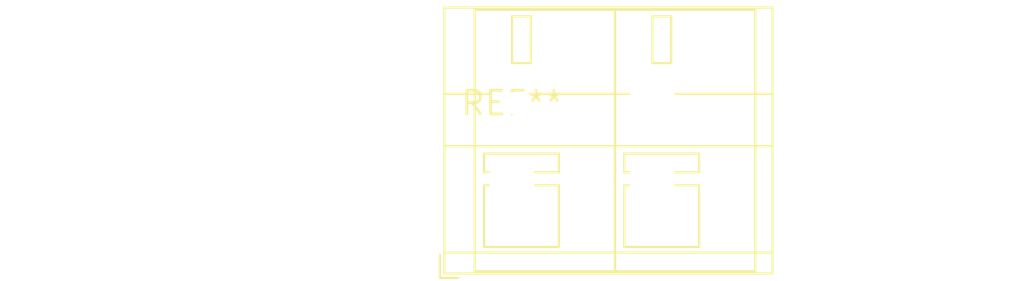
<source format=kicad_pcb>
(kicad_pcb (version 20240108) (generator pcbnew)
  (layers (0 "F.Cu" signal) (31 "B.Cu" signal) (34 "B.Paste" user) (35 "F.Paste" user) (36 "B.SilkS" user "B.Silkscreen") (37 "F.SilkS" user "F.Silkscreen") (38 "B.Mask" user) (39 "F.Mask" user) (44 "Edge.Cuts" user))
  (net 0 "")
  (footprint "TerminalBlock_WAGO_236-502_1x02_P7.50mm_45Degree" (layer "F.Cu") (at 0 0)
    (property "Reference" "REF**")
    (property "Value" "TerminalBlock_WAGO_236-502_1x02_P7.50mm_45Degree")
    (fp_line (start -3.86 8.12) (end -3.86 9.36) (layer "F.SilkS") (stroke (width 0.12)))
    (fp_line (start -3.86 9.36) (end -2.86 9.36) (layer "F.SilkS") (stroke (width 0.12)))
    (fp_line (start -3.62 -5.12) (end -3.62 9.12) (layer "F.SilkS") (stroke (width 0.12)))
    (fp_line (start -3.62 -5.12) (end 13.92 -5.12) (layer "F.SilkS") (stroke (width 0.12)))
    (fp_line (start -3.62 -0.5) (end -1.23 -0.5) (layer "F.SilkS") (stroke (width 0.12)))
    (fp_line (start -3.62 2.3) (end 13.92 2.3) (layer "F.SilkS") (stroke (width 0.12)))
    (fp_line (start -3.62 8) (end 13.92 8) (layer "F.SilkS") (stroke (width 0.12)))
    (fp_line (start -3.62 9.12) (end 13.92 9.12) (layer "F.SilkS") (stroke (width 0.12)))
    (fp_line (start -2 -5) (end -2 9) (layer "F.SilkS") (stroke (width 0.12)))
    (fp_line (start -2 -5) (end 5.5 -5) (layer "F.SilkS") (stroke (width 0.12)))
    (fp_line (start -2 9) (end 5.5 9) (layer "F.SilkS") (stroke (width 0.12)))
    (fp_line (start -1.5 2.7) (end -1.5 3.7) (layer "F.SilkS") (stroke (width 0.12)))
    (fp_line (start -1.5 2.7) (end 2.5 2.7) (layer "F.SilkS") (stroke (width 0.12)))
    (fp_line (start -1.5 3.7) (end -1.23 3.7) (layer "F.SilkS") (stroke (width 0.12)))
    (fp_line (start -1.5 4.4) (end -1.5 7.7) (layer "F.SilkS") (stroke (width 0.12)))
    (fp_line (start -1.5 4.4) (end -1.23 4.4) (layer "F.SilkS") (stroke (width 0.12)))
    (fp_line (start -1.5 7.7) (end 2.5 7.7) (layer "F.SilkS") (stroke (width 0.12)))
    (fp_line (start 0 -4.65) (end 0 -2.151) (layer "F.SilkS") (stroke (width 0.12)))
    (fp_line (start 0 -4.65) (end 1 -4.65) (layer "F.SilkS") (stroke (width 0.12)))
    (fp_line (start 0 -2.151) (end 1 -2.151) (layer "F.SilkS") (stroke (width 0.12)))
    (fp_line (start 1 -4.65) (end 1 -2.151) (layer "F.SilkS") (stroke (width 0.12)))
    (fp_line (start 1.23 -0.5) (end 6.27 -0.5) (layer "F.SilkS") (stroke (width 0.12)))
    (fp_line (start 1.23 3.7) (end 2.5 3.7) (layer "F.SilkS") (stroke (width 0.12)))
    (fp_line (start 1.23 4.4) (end 2.5 4.4) (layer "F.SilkS") (stroke (width 0.12)))
    (fp_line (start 2.5 2.7) (end 2.5 3.7) (layer "F.SilkS") (stroke (width 0.12)))
    (fp_line (start 2.5 4.4) (end 2.5 7.7) (layer "F.SilkS") (stroke (width 0.12)))
    (fp_line (start 5.5 -5) (end 5.5 9) (layer "F.SilkS") (stroke (width 0.12)))
    (fp_line (start 5.5 -5) (end 5.5 9) (layer "F.SilkS") (stroke (width 0.12)))
    (fp_line (start 5.5 -5) (end 13 -5) (layer "F.SilkS") (stroke (width 0.12)))
    (fp_line (start 5.5 9) (end 13 9) (layer "F.SilkS") (stroke (width 0.12)))
    (fp_line (start 6 2.7) (end 6 3.7) (layer "F.SilkS") (stroke (width 0.12)))
    (fp_line (start 6 2.7) (end 10 2.7) (layer "F.SilkS") (stroke (width 0.12)))
    (fp_line (start 6 3.7) (end 6.27 3.7) (layer "F.SilkS") (stroke (width 0.12)))
    (fp_line (start 6 4.4) (end 6 7.7) (layer "F.SilkS") (stroke (width 0.12)))
    (fp_line (start 6 4.4) (end 6.27 4.4) (layer "F.SilkS") (stroke (width 0.12)))
    (fp_line (start 6 7.7) (end 10 7.7) (layer "F.SilkS") (stroke (width 0.12)))
    (fp_line (start 7.5 -4.65) (end 7.5 -2.151) (layer "F.SilkS") (stroke (width 0.12)))
    (fp_line (start 7.5 -4.65) (end 8.5 -4.65) (layer "F.SilkS") (stroke (width 0.12)))
    (fp_line (start 7.5 -2.151) (end 8.5 -2.151) (layer "F.SilkS") (stroke (width 0.12)))
    (fp_line (start 8.5 -4.65) (end 8.5 -2.151) (layer "F.SilkS") (stroke (width 0.12)))
    (fp_line (start 8.73 -0.5) (end 13.92 -0.5) (layer "F.SilkS") (stroke (width 0.12)))
    (fp_line (start 8.73 3.7) (end 10 3.7) (layer "F.SilkS") (stroke (width 0.12)))
    (fp_line (start 8.73 4.4) (end 10 4.4) (layer "F.SilkS") (stroke (width 0.12)))
    (fp_line (start 10 2.7) (end 10 3.7) (layer "F.SilkS") (stroke (width 0.12)))
    (fp_line (start 10 4.4) (end 10 7.7) (layer "F.SilkS") (stroke (width 0.12)))
    (fp_line (start 13 -5) (end 13 9) (layer "F.SilkS") (stroke (width 0.12)))
    (fp_line (start 13.92 -5.12) (end 13.92 9.12) (layer "F.SilkS") (stroke (width 0.12)))
    (pad "1" thru_hole rect (at 0 0) (size 1.5 3) (drill 1.15) (layers *.Cu *.Mask) (remove_unused_layers))
    (pad "1" thru_hole rect (at 0 5) (size 1.5 3) (drill 1.15) (layers *.Cu *.Mask) (remove_unused_layers))
    (pad "2" thru_hole oval (at 7.5 0) (size 1.5 3) (drill 1.15) (layers *.Cu *.Mask) (remove_unused_layers))
    (pad "2" thru_hole oval (at 7.5 5) (size 1.5 3) (drill 1.15) (layers *.Cu *.Mask) (remove_unused_layers))
  )
)
</source>
